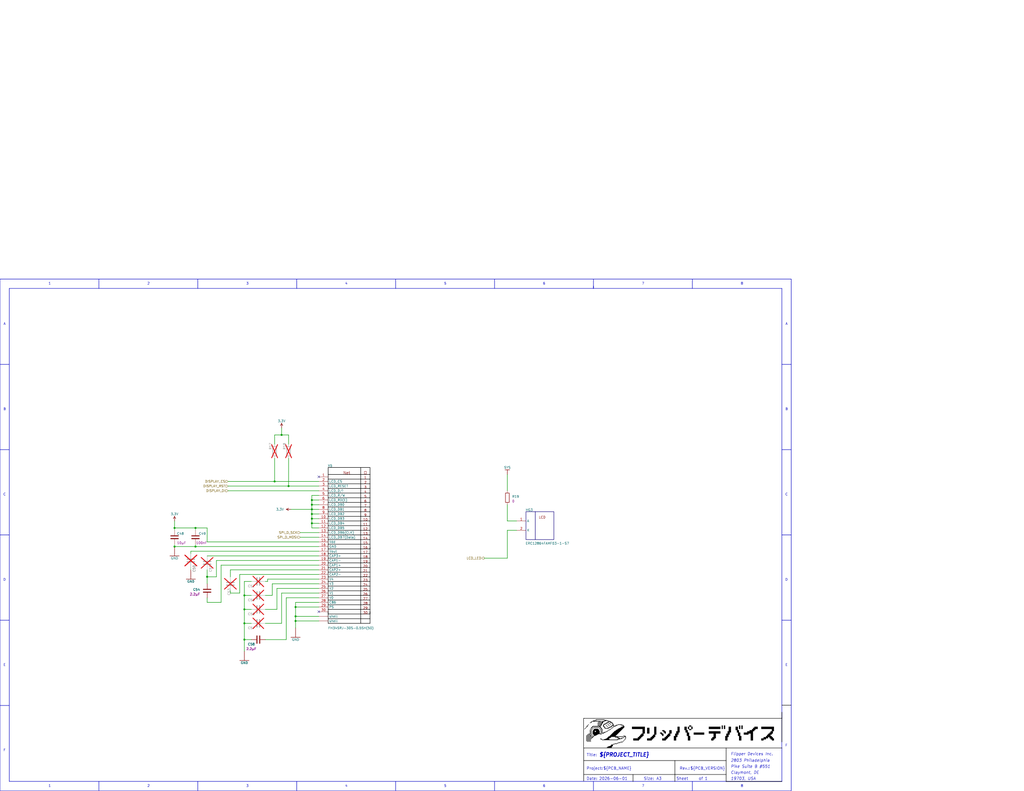
<source format=kicad_sch>
(kicad_sch (version 20230121) (generator eeschema)
  (paper "C")
  (title_block (rev "-"))
  (lib_symbols
    (symbol "Device:C" (pin_numbers hide) (pin_names (offset 0.254))
      (property "Reference" "C" (at 0.635 2.54 0))
      (property "Value" "C" (at 0.635 -2.54 0))
      (symbol "C_0_1"
        (polyline (pts (xy -2.032 -0.762) (xy 2.032 -0.762)) (stroke (width 0.508)))
        (polyline (pts (xy -2.032 0.762) (xy 2.032 0.762)) (stroke (width 0.508)))
      )
      (symbol "C_1_1"
        (pin passive line (at 0 3.81 270) (length 2.794) (name "~") (number "1"))
        (pin passive line (at 0 -3.81 90) (length 2.794) (name "~") (number "2"))
      )
    )
    (symbol "Device:R" (pin_numbers hide) (pin_names (offset 0))
      (property "Reference" "R" (at 2.032 0 90))
      (property "Value" "R" (at 0 0 90))
      (symbol "R_0_1"
        (rectangle (start -1.016 -2.54) (end 1.016 2.54) (stroke (width 0.254)))
      )
      (symbol "R_1_1"
        (pin passive line (at 0 3.81 270) (length 1.27) (name "~") (number "1"))
        (pin passive line (at 0 -3.81 90) (length 1.27) (name "~") (number "2"))
      )
    )
    (symbol "flipper_main-altium-import:3.3V" (power)
      (property "Reference" "#PWR" (at 0 0 0))
      (property "Value" "3.3V" (at 0 3.81 0))
      (symbol "3.3V_0_0"
        (polyline (pts (xy 0 0) (xy 0 -2.54)) (stroke (width 0.254)))
        (polyline (pts (xy -0.635 -1.27) (xy 0 -2.54) (xy 0.635 -1.27)) (stroke (width 0.254)))
        (pin power_in line (at 0 0 0) (length 0) hide (name "3.3V") (number ""))
      )
    )
    (symbol "flipper_main-altium-import:Flipper_zero_LCD_0_FPC_connector_30"
      (property "Reference" "X5" (at -10.414 10.414 0))
      (property "Value" "FH34SRJ-30S-0.5SH(50)" (at -10.16 -78.232 0))
      (symbol "Flipper_zero_LCD_0_FPC_connector_30_1_0"
        (polyline (pts (xy -10.16 -74.93) (xy 12.7 -74.93)) (stroke (width 0.254) (color 0 0 0 1)))
        (polyline (pts (xy -10.16 -72.39) (xy 12.7 -72.39)) (stroke (width 0.254) (color 0 0 0 1)))
        (polyline (pts (xy -10.16 -68.58) (xy -10.16 -74.93)) (stroke (width 0.254) (color 0 0 0 1)))
        (polyline (pts (xy -10.16 -67.31) (xy 12.7 -67.31)) (stroke (width 0.254) (color 0 0 0 1)))
        (polyline (pts (xy -10.16 -64.77) (xy 12.7 -64.77)) (stroke (width 0.254) (color 0 0 0 1)))
        (polyline (pts (xy -10.16 -62.23) (xy 12.7 -62.23)) (stroke (width 0.254) (color 0 0 0 1)))
        (polyline (pts (xy -10.16 -59.69) (xy 12.7 -59.69)) (stroke (width 0.254) (color 0 0 0 1)))
        (polyline (pts (xy -10.16 -57.15) (xy 12.7 -57.15)) (stroke (width 0.254) (color 0 0 0 1)))
        (polyline (pts (xy -10.16 -54.61) (xy 12.7 -54.61)) (stroke (width 0.254) (color 0 0 0 1)))
        (polyline (pts (xy -10.16 -52.07) (xy 12.7 -52.07)) (stroke (width 0.254) (color 0 0 0 1)))
        (polyline (pts (xy -10.16 -49.53) (xy 12.7 -49.53)) (stroke (width 0.254) (color 0 0 0 1)))
        (polyline (pts (xy -10.16 -46.99) (xy 12.7 -46.99)) (stroke (width 0.254) (color 0 0 0 1)))
        (polyline (pts (xy -10.16 -44.45) (xy 12.7 -44.45)) (stroke (width 0.254) (color 0 0 0 1)))
        (polyline (pts (xy -10.16 -41.91) (xy 12.7 -41.91)) (stroke (width 0.254) (color 0 0 0 1)))
        (polyline (pts (xy -10.16 -39.37) (xy 12.7 -39.37)) (stroke (width 0.254) (color 0 0 0 1)))
        (polyline (pts (xy -10.16 -36.83) (xy 12.7 -36.83)) (stroke (width 0.254) (color 0 0 0 1)))
        (polyline (pts (xy -10.16 -31.75) (xy 12.7 -31.75)) (stroke (width 0.254) (color 0 0 0 1)))
        (polyline (pts (xy -10.16 -29.21) (xy 12.7 -29.21)) (stroke (width 0.254) (color 0 0 0 1)))
        (polyline (pts (xy -10.16 -26.67) (xy 12.7 -26.67)) (stroke (width 0.254) (color 0 0 0 1)))
        (polyline (pts (xy -10.16 -21.59) (xy -10.16 -24.13)) (stroke (width 0.254) (color 0 0 0 1)))
        (polyline (pts (xy -10.16 1.27) (xy 12.7 1.27)) (stroke (width 0.254) (color 0 0 0 1)))
        (polyline (pts (xy -10.16 3.81) (xy 12.7 3.81)) (stroke (width 0.254) (color 0 0 0 1)))
        (polyline (pts (xy -10.16 6.35) (xy 12.7 6.35)) (stroke (width 0.254) (color 0 0 0 1)))
        (polyline (pts (xy 7.62 -33.274) (xy 7.62 -74.93)) (stroke (width 0.254) (color 0 0 0 1)))
        (polyline (pts (xy 7.62 -24.13) (xy 7.62 -34.29)) (stroke (width 0.254) (color 0 0 0 1)))
        (polyline (pts (xy 7.62 10.16) (xy 7.62 -24.13)) (stroke (width 0.254) (color 0 0 0 1)))
        (polyline (pts (xy 12.7 -68.58) (xy 12.7 -74.93)) (stroke (width 0.254) (color 0 0 0 1)))
        (polyline (pts (xy 12.7 -34.29) (xy 12.7 -24.13)) (stroke (width 0.254) (color 0 0 0 1)))
        (polyline (pts (xy -10.16 -24.13) (xy -10.16 -34.29) (xy 12.7 -34.29)) (stroke (width 0.254) (color 0 0 0 1)))
        (polyline (pts (xy 12.7 -11.43) (xy 12.7 -13.97) (xy -10.16 -13.97)) (stroke (width 0.254) (color 0 0 0 1)))
        (polyline (pts (xy -10.16 -34.29) (xy -10.16 -69.85) (xy 12.7 -69.85) (xy 12.7 -33.655)) (stroke (width 0.254) (color 0 0 0 1)))
        (polyline (pts (xy -10.16 -16.51) (xy -10.16 -19.05) (xy 12.7 -19.05) (xy 12.7 -16.51)) (stroke (width 0.254) (color 0 0 0 1)))
        (polyline (pts (xy -10.16 -11.43) (xy -10.16 -16.51) (xy 12.7 -16.51) (xy 12.7 -13.97)) (stroke (width 0.254) (color 0 0 0 1)))
        (polyline (pts (xy -10.16 -8.89) (xy -10.16 -11.43) (xy 12.7 -11.43) (xy 12.7 -8.89)) (stroke (width 0.254) (color 0 0 0 1)))
        (polyline (pts (xy -10.16 -3.81) (xy -10.16 -6.35) (xy 12.7 -6.35) (xy 12.7 -3.81)) (stroke (width 0.254) (color 0 0 0 1)))
        (polyline (pts (xy -10.16 -1.27) (xy -10.16 -3.81) (xy 12.7 -3.81) (xy 12.7 -1.27)) (stroke (width 0.254) (color 0 0 0 1)))
        (polyline (pts (xy 12.7 -6.35) (xy 12.7 -8.89) (xy -10.16 -8.89) (xy -10.16 -6.35)) (stroke (width 0.254) (color 0 0 0 1)))
        (polyline (pts (xy -10.16 -19.05) (xy -10.16 -21.59) (xy 12.7 -21.59) (xy 12.7 -19.05) (xy 12.7 -24.13) (xy -10.16 -24.13)) (stroke (width 0.254) (color 0 0 0 1)))
        (polyline (pts (xy -10.16 0) (xy -10.16 10.16) (xy 12.7 10.16) (xy 12.7 -1.27) (xy -10.16 -1.27) (xy -10.16 0)) (stroke (width 0.254) (color 0 0 0 1)))
        (text "1" (at 10.16 3.81 0) (effects (font (size 1.27 1.27)) (justify bottom)))
        (text "10" (at 10.16 -19.05 0) (effects (font (size 1.27 1.27)) (justify bottom)))
        (text "11" (at 10.16 -21.59 0) (effects (font (size 1.27 1.27)) (justify bottom)))
        (text "12" (at 10.16 -24.13 0) (effects (font (size 1.27 1.27)) (justify bottom)))
        (text "13" (at 10.16 -26.67 0) (effects (font (size 1.27 1.27)) (justify bottom)))
        (text "14" (at 10.16 -29.21 0) (effects (font (size 1.27 1.27)) (justify bottom)))
        (text "15" (at 10.16 -31.75 0) (effects (font (size 1.27 1.27)) (justify bottom)))
        (text "16" (at 10.16 -34.29 0) (effects (font (size 1.27 1.27)) (justify bottom)))
        (text "17" (at 10.16 -36.83 0) (effects (font (size 1.27 1.27)) (justify bottom)))
        (text "18" (at 10.16 -39.37 0) (effects (font (size 1.27 1.27)) (justify bottom)))
        (text "19" (at 10.16 -41.91 0) (effects (font (size 1.27 1.27)) (justify bottom)))
        (text "2" (at 10.16 1.27 0) (effects (font (size 1.27 1.27)) (justify bottom)))
        (text "20" (at 10.16 -44.45 0) (effects (font (size 1.27 1.27)) (justify bottom)))
        (text "21" (at 10.16 -46.99 0) (effects (font (size 1.27 1.27)) (justify bottom)))
        (text "22" (at 10.16 -49.53 0) (effects (font (size 1.27 1.27)) (justify bottom)))
        (text "23" (at 10.16 -52.07 0) (effects (font (size 1.27 1.27)) (justify bottom)))
        (text "24" (at 10.16 -54.61 0) (effects (font (size 1.27 1.27)) (justify bottom)))
        (text "25" (at 10.16 -57.15 0) (effects (font (size 1.27 1.27)) (justify bottom)))
        (text "26" (at 10.16 -59.69 0) (effects (font (size 1.27 1.27)) (justify bottom)))
        (text "27" (at 10.16 -62.23 0) (effects (font (size 1.27 1.27)) (justify bottom)))
        (text "28" (at 10.16 -64.77 0) (effects (font (size 1.27 1.27)) (justify bottom)))
        (text "29" (at 10.16 -67.31 0) (effects (font (size 1.27 1.27)) (justify bottom)))
        (text "3" (at 10.16 -1.27 0) (effects (font (size 1.27 1.27)) (justify bottom)))
        (text "30" (at 10.16 -69.85 0) (effects (font (size 1.27 1.27)) (justify bottom)))
        (text "4" (at 10.16 -3.81 0) (effects (font (size 1.27 1.27)) (justify bottom)))
        (text "5" (at 10.16 -6.35 0) (effects (font (size 1.27 1.27)) (justify bottom)))
        (text "6" (at 10.16 -8.89 0) (effects (font (size 1.27 1.27)) (justify bottom)))
        (text "7" (at 10.16 -11.43 0) (effects (font (size 1.27 1.27)) (justify bottom)))
        (text "8" (at 10.16 -13.97 0) (effects (font (size 1.27 1.27)) (justify bottom)))
        (text "9" (at 10.16 -16.51 0) (effects (font (size 1.27 1.27)) (justify bottom)))
        (text "Net" (at 0 6.35 0) (effects (font (size 1.524 1.524)) (justify bottom)))
        (text "№" (at 10.16 6.35 0) (effects (font (size 1.524 1.524)) (justify bottom)))
        (pin passive line (at -15.24 5.08 0) (length 5.08) (name "1") (number "1"))
        (pin passive line (at -15.24 -17.78 0) (length 5.08) (name "LCD_DB3") (number "10"))
        (pin passive line (at -15.24 -20.32 0) (length 5.08) (name "LCD_DB4") (number "11"))
        (pin passive line (at -15.24 -22.86 0) (length 5.08) (name "LCD_DB5") (number "12"))
        (pin passive line (at -15.24 -25.4 0) (length 5.08) (name "LCD_DB6(CLK)") (number "13"))
        (pin passive line (at -15.24 -27.94 0) (length 5.08) (name "LCD_DB7(Data)") (number "14"))
        (pin passive line (at -15.24 -30.48 0) (length 5.08) (name "Vdd") (number "15"))
        (pin passive line (at -15.24 -33.02 0) (length 5.08) (name "GND") (number "16"))
        (pin passive line (at -15.24 -35.56 0) (length 5.08) (name "Vout") (number "17"))
        (pin passive line (at -15.24 -38.1 0) (length 5.08) (name "CAP3+") (number "18"))
        (pin passive line (at -15.24 -40.64 0) (length 5.08) (name "CAP1-") (number "19"))
        (pin passive line (at -15.24 2.54 0) (length 5.08) (name "LCD_CS") (number "2"))
        (pin passive line (at -15.24 -43.18 0) (length 5.08) (name "CAP1+") (number "20"))
        (pin passive line (at -15.24 -45.72 0) (length 5.08) (name "CAP2+") (number "21"))
        (pin passive line (at -15.24 -48.26 0) (length 5.08) (name "CAP2-") (number "22"))
        (pin passive line (at -15.24 -50.8 0) (length 5.08) (name "V4") (number "23"))
        (pin passive line (at -15.24 -53.34 0) (length 5.08) (name "V3") (number "24"))
        (pin passive line (at -15.24 -55.88 0) (length 5.08) (name "V2") (number "25"))
        (pin passive line (at -15.24 -58.42 0) (length 5.08) (name "V1") (number "26"))
        (pin passive line (at -15.24 -60.96 0) (length 5.08) (name "V0") (number "27"))
        (pin passive line (at -15.24 -63.5 0) (length 5.08) (name "C86") (number "28"))
        (pin passive line (at -15.24 -66.04 0) (length 5.08) (name "PS") (number "29"))
        (pin passive line (at -15.24 0 0) (length 5.08) (name "LCD_RESET") (number "3"))
        (pin passive line (at -15.24 -68.58 0) (length 5.08) (name "NC") (number "30"))
        (pin passive line (at -15.24 -2.54 0) (length 5.08) (name "LCD_D/I") (number "4"))
        (pin passive line (at -15.24 -5.08 0) (length 5.08) (name "LCD_R/W") (number "5"))
        (pin passive line (at -15.24 -7.62 0) (length 5.08) (name "LCD_RD(E)") (number "6"))
        (pin passive line (at -15.24 -10.16 0) (length 5.08) (name "LCD_DB0") (number "7"))
        (pin passive line (at -15.24 -12.7 0) (length 5.08) (name "LCD_DB1") (number "8"))
        (pin passive line (at -15.24 -15.24 0) (length 5.08) (name "LCD_DB2") (number "9"))
        (pin passive line (at -15.24 -71.12 0) (length 5.08) (name "shell") (number "S1"))
        (pin passive line (at -15.24 -73.66 0) (length 5.08) (name "shell") (number "S2"))
      )
    )
    (symbol "flipper_main-altium-import:Flipper_zero_LCD_0_LCD ERC12864-1.3"
      (symbol "Flipper_zero_LCD_0_LCD ERC12864-1.3_1_0"
        (polyline (pts (xy -10.16 5.08) (xy -10.16 -10.16)) (stroke (width 0.254) (color 17 3 127 1)))
        (polyline (pts (xy -15.24 -10.16) (xy -15.24 5.08) (xy 0 5.08) (xy 0 -10.16) (xy -15.24 -10.16)) (stroke (width 0.254) (color 17 3 127 1)))
        (text "LCD" (at -8.255 1.27 0) (effects (font (size 1.27 1.27)) (justify left bottom)))
        (pin passive line (at -20.32 0 0) (length 5.08) (name "A") (number "1"))
        (pin output line (at -20.32 -5.08 0) (length 5.08) (name "K") (number "2"))
      )
    )
    (symbol "flipper_main-altium-import:GND" (power)
      (property "Reference" "#PWR" (at 0 0 0))
      (property "Value" "GND" (at 0 6.35 0))
      (symbol "GND_0_0"
        (polyline (pts (xy -2.54 -5.08) (xy 2.54 -5.08)) (stroke (width 0.254)))
        (polyline (pts (xy 0 0) (xy 0 -5.08)) (stroke (width 0.254)))
        (pin power_in line (at 0 0 0) (length 0) hide (name "GND") (number ""))
      )
    )
    (symbol "flipper_main-altium-import:SYS" (power)
      (property "Reference" "#PWR" (at 0 0 0))
      (property "Value" "SYS" (at 0 3.81 0))
      (symbol "SYS_0_0"
        (polyline (pts (xy -1.27 -2.54) (xy 1.27 -2.54)) (stroke (width 0.254)))
        (polyline (pts (xy 0 0) (xy 0 -2.54)) (stroke (width 0.254)))
        (pin power_in line (at 0 0 0) (length 0) hide (name "SYS") (number ""))
      )
    )
  )
  (junction (at 153.67 237.49))
  (junction (at 113.03 314.96))
  (junction (at 170.18 278.13))
  (junction (at 170.18 283.21))
  (junction (at 106.68 298.45))
  (junction (at 170.18 280.67))
  (junction (at 133.35 332.74))
  (junction (at 133.35 325.12))
  (junction (at 170.18 285.75))
  (junction (at 161.29 331.47))
  (junction (at 149.86 262.89))
  (junction (at 106.68 288.29))
  (junction (at 95.25 298.45))
  (junction (at 95.25 288.29))
  (junction (at 133.35 349.25))
  (junction (at 133.35 340.36))
  (junction (at 161.29 336.55))
  (junction (at 170.18 275.59))
  (junction (at 170.18 273.05))
  (junction (at 161.29 339.09))
  (junction (at 157.48 265.43))
  (no_connect (at 173.99 334.01))
  (no_connect (at 173.99 260.35))
  (wire (pts (xy 95.25 288.29) (xy 106.68 288.29)) (stroke (width 0.254)))
  (wire (pts (xy 144.78 340.36) (xy 153.67 340.36)) (stroke (width 0.254)))
  (wire (pts (xy 170.18 275.59) (xy 173.99 275.59)) (stroke (width 0.254)))
  (wire (pts (xy 151.13 321.31) (xy 151.13 332.74)) (stroke (width 0.254)))
  (wire (pts (xy 157.48 265.43) (xy 173.99 265.43)) (stroke (width 0.254)))
  (wire (pts (xy 170.18 285.75) (xy 173.99 285.75)) (stroke (width 0.254)))
  (wire (pts (xy 170.18 278.13) (xy 173.99 278.13)) (stroke (width 0.254)))
  (polyline (pts (xy 426.72 292.1) (xy 431.8 292.1)) (stroke (width 0.254) (type solid)))
  (wire (pts (xy 173.99 313.69) (xy 130.81 313.69)) (stroke (width 0.254)))
  (polyline (pts (xy 53.975 157.48) (xy 53.975 152.4)) (stroke (width 0.254) (type solid)))
  (polyline (pts (xy 345.44 426.72) (xy 345.44 422.91)) (stroke (width 0.254) (type solid) (color 0 0 0 1)))
  (wire (pts (xy 173.99 336.55) (xy 161.29 336.55)) (stroke (width 0.254)))
  (polyline (pts (xy 215.9 157.48) (xy 215.9 152.4)) (stroke (width 0.254) (type solid)))
  (wire (pts (xy 106.68 298.45) (xy 173.99 298.45)) (stroke (width 0.254)))
  (polyline (pts (xy 323.85 157.48) (xy 323.85 152.4)) (stroke (width 0.254) (type solid)))
  (wire (pts (xy 133.35 325.12) (xy 133.35 317.5)) (stroke (width 0.254)))
  (wire (pts (xy 153.67 233.68) (xy 153.67 237.49)) (stroke (width 0.254)))
  (wire (pts (xy 276.86 275.59) (xy 276.86 284.48)) (stroke (width 0.254)))
  (wire (pts (xy 104.14 300.99) (xy 104.14 302.26)) (stroke (width 0.254)))
  (polyline (pts (xy 396.24 422.91) (xy 318.516 422.91)) (stroke (width 0.254) (type solid) (color 0 0 0 1)))
  (wire (pts (xy 170.18 275.59) (xy 170.18 278.13)) (stroke (width 0.254)))
  (polyline (pts (xy 5.08 198.967) (xy 0 198.967)) (stroke (width 0.254) (type solid)))
  (wire (pts (xy 133.35 332.74) (xy 133.35 325.12)) (stroke (width 0.254)))
  (wire (pts (xy 173.99 321.31) (xy 151.13 321.31)) (stroke (width 0.254)))
  (polyline (pts (xy 107.95 426.72) (xy 107.95 431.8)) (stroke (width 0.254) (type solid)))
  (polyline (pts (xy 426.72 338.667) (xy 431.8 338.667)) (stroke (width 0.254) (type solid)))
  (polyline (pts (xy 396.24 426.72) (xy 426.72 426.72)) (stroke (width 0.254) (type solid) (color 0 0 0 1)))
  (wire (pts (xy 133.35 349.25) (xy 133.35 340.36)) (stroke (width 0.254)))
  (wire (pts (xy 125.73 322.58) (xy 125.73 323.85)) (stroke (width 0.254)))
  (wire (pts (xy 130.81 323.85) (xy 125.73 323.85)) (stroke (width 0.254)))
  (wire (pts (xy 113.03 303.53) (xy 173.99 303.53)) (stroke (width 0.254)))
  (wire (pts (xy 144.78 349.25) (xy 156.21 349.25)) (stroke (width 0.254)))
  (wire (pts (xy 153.67 323.85) (xy 153.67 340.36)) (stroke (width 0.254)))
  (wire (pts (xy 170.18 280.67) (xy 173.99 280.67)) (stroke (width 0.254)))
  (wire (pts (xy 170.18 270.51) (xy 170.18 273.05)) (stroke (width 0.254)))
  (wire (pts (xy 106.68 288.29) (xy 106.68 289.56)))
  (polyline (pts (xy 107.95 157.48) (xy 107.95 152.4)) (stroke (width 0.254) (type solid)))
  (wire (pts (xy 106.68 288.29) (xy 113.03 288.29)) (stroke (width 0.254)))
  (polyline (pts (xy 5.08 385.233) (xy 0 385.233)) (stroke (width 0.254) (type solid)))
  (polyline (pts (xy 368.3 422.91) (xy 368.3 415.29)) (stroke (width 0.254) (type solid) (color 0 0 0 1)))
  (wire (pts (xy 157.48 237.49) (xy 157.48 242.57)) (stroke (width 0.254)))
  (polyline (pts (xy 431.758 152.4) (xy 431.758 431.758)) (stroke (width 0.254) (type solid)))
  (wire (pts (xy 173.99 306.07) (xy 118.11 306.07)) (stroke (width 0.254)))
  (wire (pts (xy 161.29 336.55) (xy 161.29 339.09)) (stroke (width 0.254)))
  (polyline (pts (xy 161.925 157.48) (xy 161.925 152.4)) (stroke (width 0.254) (type solid)))
  (wire (pts (xy 173.99 323.85) (xy 153.67 323.85)) (stroke (width 0.254)))
  (polyline (pts (xy 426.678 388.874) (xy 426.678 405.13)) (stroke (width 0.254) (type solid) (color 0 0 0 1)))
  (wire (pts (xy 124.46 267.97) (xy 173.99 267.97)) (stroke (width 0.254)))
  (wire (pts (xy 149.86 237.49) (xy 149.86 242.57)) (stroke (width 0.254)))
  (wire (pts (xy 130.81 313.69) (xy 130.81 323.85)) (stroke (width 0.254)))
  (polyline (pts (xy 426.678 157.481) (xy 426.678 426.677)) (stroke (width 0.254) (type solid)))
  (wire (pts (xy 144.78 317.5) (xy 146.05 317.5)) (stroke (width 0.254)))
  (wire (pts (xy 156.21 349.25) (xy 156.21 326.39)) (stroke (width 0.254)))
  (polyline (pts (xy 53.975 426.72) (xy 53.975 431.8)) (stroke (width 0.254) (type solid)))
  (polyline (pts (xy 377.825 426.72) (xy 377.825 431.8)) (stroke (width 0.254) (type solid)))
  (wire (pts (xy 113.03 314.96) (xy 113.03 318.77)) (stroke (width 0.254)))
  (wire (pts (xy 95.25 298.45) (xy 106.68 298.45)) (stroke (width 0.254)))
  (wire (pts (xy 125.73 311.15) (xy 125.73 314.96)) (stroke (width 0.254)))
  (wire (pts (xy 104.14 300.99) (xy 173.99 300.99)) (stroke (width 0.254)))
  (polyline (pts (xy 431.758 431.758) (xy 0 431.758)) (stroke (width 0.254) (type solid)))
  (polyline (pts (xy 269.875 426.72) (xy 269.875 431.8)) (stroke (width 0.254) (type solid)))
  (polyline (pts (xy 5.08 245.533) (xy 0 245.533)) (stroke (width 0.254) (type solid)))
  (wire (pts (xy 153.67 237.49) (xy 149.86 237.49)) (stroke (width 0.254)))
  (wire (pts (xy 95.25 284.48) (xy 95.25 288.29)) (stroke (width 0.254)))
  (wire (pts (xy 170.18 288.29) (xy 173.99 288.29)) (stroke (width 0.254)))
  (wire (pts (xy 120.65 328.93) (xy 120.65 308.61)) (stroke (width 0.254)))
  (wire (pts (xy 144.78 325.12) (xy 148.59 325.12)) (stroke (width 0.254)))
  (wire (pts (xy 118.11 306.07) (xy 118.11 314.96)) (stroke (width 0.254)))
  (polyline (pts (xy 5.08 426.677) (xy 5.08 157.481)) (stroke (width 0.254) (type solid)))
  (wire (pts (xy 163.83 293.37) (xy 173.99 293.37)) (stroke (width 0.254)))
  (wire (pts (xy 170.18 273.05) (xy 173.99 273.05)) (stroke (width 0.254)))
  (wire (pts (xy 133.35 325.12) (xy 137.16 325.12)) (stroke (width 0.254)))
  (wire (pts (xy 133.35 317.5) (xy 137.16 317.5)) (stroke (width 0.254)))
  (wire (pts (xy 276.86 289.56) (xy 276.86 304.8)) (stroke (width 0.254)))
  (polyline (pts (xy 426.72 198.967) (xy 431.8 198.967)) (stroke (width 0.254) (type solid)))
  (wire (pts (xy 170.18 280.67) (xy 170.18 283.21)) (stroke (width 0.254)))
  (wire (pts (xy 158.75 278.13) (xy 170.18 278.13)) (stroke (width 0.254)))
  (wire (pts (xy 95.25 297.18) (xy 95.25 298.45)))
  (wire (pts (xy 113.03 295.91) (xy 173.99 295.91)) (stroke (width 0.254)))
  (wire (pts (xy 173.99 318.77) (xy 148.59 318.77)) (stroke (width 0.254)))
  (polyline (pts (xy 396.24 426.72) (xy 396.24 408.432)) (stroke (width 0.254) (type solid) (color 0 0 0 1)))
  (wire (pts (xy 157.48 237.49) (xy 153.67 237.49)) (stroke (width 0.254)))
  (wire (pts (xy 156.21 326.39) (xy 173.99 326.39)) (stroke (width 0.254)))
  (wire (pts (xy 170.18 273.05) (xy 170.18 275.59)) (stroke (width 0.254)))
  (wire (pts (xy 148.59 318.77) (xy 148.59 325.12)) (stroke (width 0.254)))
  (wire (pts (xy 173.99 331.47) (xy 161.29 331.47)) (stroke (width 0.254)))
  (wire (pts (xy 120.65 308.61) (xy 173.99 308.61)) (stroke (width 0.254)))
  (wire (pts (xy 173.99 339.09) (xy 161.29 339.09)) (stroke (width 0.254)))
  (wire (pts (xy 133.35 340.36) (xy 133.35 332.74)) (stroke (width 0.254)))
  (polyline (pts (xy 215.9 426.72) (xy 215.9 431.8)) (stroke (width 0.254) (type solid)))
  (wire (pts (xy 113.03 311.15) (xy 113.03 314.96)) (stroke (width 0.254)))
  (wire (pts (xy 113.03 328.93) (xy 120.65 328.93)) (stroke (width 0.254)))
  (wire (pts (xy 161.29 331.47) (xy 161.29 336.55)) (stroke (width 0.254)))
  (polyline (pts (xy 368.3 426.72) (xy 368.3 422.91)) (stroke (width 0.254) (type solid) (color 0 0 0 1)))
  (polyline (pts (xy 5.08 157.481) (xy 426.678 157.481)) (stroke (width 0.254) (type solid)))
  (polyline (pts (xy 377.825 157.48) (xy 377.825 152.4)) (stroke (width 0.254) (type solid)))
  (wire (pts (xy 133.35 349.25) (xy 133.35 355.6)) (stroke (width 0.254)))
  (polyline (pts (xy 5.08 338.667) (xy 0 338.667)) (stroke (width 0.254) (type solid)))
  (wire (pts (xy 170.18 278.13) (xy 170.18 280.67)) (stroke (width 0.254)))
  (polyline (pts (xy 318.516 408.432) (xy 426.72 408.432)) (stroke (width 0.254) (type solid) (color 0 0 0 1)))
  (polyline (pts (xy 323.85 157.48) (xy 323.85 156.21)) (stroke (width 0.254) (type solid)))
  (wire (pts (xy 113.03 288.29) (xy 113.03 295.91)) (stroke (width 0.254)))
  (polyline (pts (xy 0 152.4) (xy 431.758 152.4)) (stroke (width 0.254) (type solid)))
  (wire (pts (xy 276.86 259.08) (xy 276.86 267.97)) (stroke (width 0.254)))
  (wire (pts (xy 144.78 332.74) (xy 151.13 332.74)) (stroke (width 0.254)))
  (wire (pts (xy 161.29 339.09) (xy 161.29 342.9)) (stroke (width 0.254)))
  (wire (pts (xy 106.68 297.18) (xy 106.68 298.45)))
  (wire (pts (xy 170.18 283.21) (xy 170.18 285.75)) (stroke (width 0.254)))
  (wire (pts (xy 170.18 285.75) (xy 170.18 288.29)) (stroke (width 0.254)))
  (wire (pts (xy 173.99 270.51) (xy 170.18 270.51)) (stroke (width 0.254)))
  (wire (pts (xy 281.94 289.56) (xy 276.86 289.56)) (stroke (width 0.254)))
  (polyline (pts (xy 426.72 245.533) (xy 431.8 245.533)) (stroke (width 0.254) (type solid)))
  (wire (pts (xy 157.48 250.19) (xy 157.48 265.43)) (stroke (width 0.254)))
  (wire (pts (xy 104.14 309.88) (xy 104.14 311.15)))
  (polyline (pts (xy 323.85 426.72) (xy 323.85 431.8)) (stroke (width 0.254) (type solid)))
  (wire (pts (xy 161.29 328.93) (xy 161.29 331.47)) (stroke (width 0.254)))
  (wire (pts (xy 133.35 332.74) (xy 137.16 332.74)) (stroke (width 0.254)))
  (wire (pts (xy 118.11 314.96) (xy 113.03 314.96)) (stroke (width 0.254)))
  (wire (pts (xy 170.18 283.21) (xy 173.99 283.21)) (stroke (width 0.254)))
  (wire (pts (xy 163.83 290.83) (xy 173.99 290.83)) (stroke (width 0.254)))
  (wire (pts (xy 173.99 316.23) (xy 146.05 316.23)) (stroke (width 0.254)))
  (polyline (pts (xy 5.08 292.1) (xy 0 292.1)) (stroke (width 0.254) (type solid)))
  (wire (pts (xy 149.86 250.19) (xy 149.86 262.89)) (stroke (width 0.254)))
  (wire (pts (xy 149.86 262.89) (xy 173.99 262.89)) (stroke (width 0.254)))
  (wire (pts (xy 95.25 288.29) (xy 95.25 289.56)))
  (wire (pts (xy 125.73 311.15) (xy 173.99 311.15)) (stroke (width 0.254)))
  (wire (pts (xy 146.05 316.23) (xy 146.05 317.5)) (stroke (width 0.254)))
  (wire (pts (xy 281.94 284.48) (xy 276.86 284.48)) (stroke (width 0.254)))
  (wire (pts (xy 173.99 328.93) (xy 161.29 328.93)) (stroke (width 0.254)))
  (wire (pts (xy 133.35 340.36) (xy 137.16 340.36)) (stroke (width 0.254)))
  (polyline (pts (xy 161.925 426.72) (xy 161.925 431.8)) (stroke (width 0.254) (type solid)))
  (wire (pts (xy 113.03 326.39) (xy 113.03 328.93)) (stroke (width 0.254)))
  (wire (pts (xy 124.46 262.89) (xy 149.86 262.89)) (stroke (width 0.254)))
  (polyline (pts (xy 269.875 157.48) (xy 269.875 152.4)) (stroke (width 0.254) (type solid)))
  (polyline (pts (xy 426.72 385.064) (xy 431.8 385.064)) (stroke (width 0.254) (type solid) (color 0 0 0 1)))
  (polyline (pts (xy 0 431.758) (xy 0 152.4)) (stroke (width 0.254) (type solid)))
  (polyline (pts (xy 426.678 426.677) (xy 5.08 426.677)) (stroke (width 0.254) (type solid)))
  (wire (pts (xy 124.46 265.43) (xy 157.48 265.43)) (stroke (width 0.254)))
  (wire (pts (xy 133.35 349.25) (xy 137.16 349.25)) (stroke (width 0.254)))
  (wire (pts (xy 276.86 304.8) (xy 264.16 304.8)) (stroke (width 0.254)))
  (polyline (pts (xy 396.24 415.29) (xy 318.516 415.29)) (stroke (width 0.254) (type solid) (color 0 0 0 1)))
  (polyline (pts (xy 426.72 392.176) (xy 318.516 392.176) (xy 318.516 426.466)) (stroke (width 0.254) (type solid) (color 0 0 0 1)))
  (image (at 372.436 400.431) (scale 1.24342))
  (text "Claymont, DE" (at 398.78 422.91 0) (effects (font (size 1.524 1.524) italic) (justify left bottom)))
  (text "D" (at 1.734 317.415 0) (effects (font (size 1.27 1.27)) (justify left bottom)))
  (text "7" (at 350.223 430.02 0) (effects (font (size 1.27 1.27)) (justify left bottom)))
  (text "${##}" (at 384.556 426.212 0) (effects (font (size 1.524 1.524)) (justify left bottom)))
  (text "4" (at 188.298 430.02 0) (effects (font (size 1.27 1.27)) (justify left bottom)))
  (text "2" (at 80.348 155.7 0) (effects (font (size 1.27 1.27)) (justify left bottom)))
  (text "19703, USA" (at 398.78 426.212 0) (effects (font (size 1.524 1.524) italic) (justify left bottom)))
  (text "3" (at 134.323 430.02 0) (effects (font (size 1.27 1.27)) (justify left bottom)))
  (text "A" (at 1.862 177.715 0) (effects (font (size 1.27 1.27)) (justify left bottom)))
  (text "5" (at 242.273 155.7 0) (effects (font (size 1.27 1.27)) (justify left bottom)))
  (text "${PCB_NAME}" (at 329.184 420.624 0) (effects (font (size 1.524 1.524)) (justify left bottom)))
  (text "4" (at 188.298 155.7 0) (effects (font (size 1.27 1.27)) (justify left bottom)))
  (text "6" (at 296.248 155.7 0) (effects (font (size 1.27 1.27)) (justify left bottom)))
  (text "7" (at 350.223 155.7 0) (effects (font (size 1.27 1.27)) (justify left bottom)))
  (text "C" (at 428.454 270.849 0) (effects (font (size 1.27 1.27)) (justify left bottom)))
  (text "B" (at 1.798 224.282 0) (effects (font (size 1.27 1.27)) (justify left bottom)))
  (text "D" (at 428.454 317.415 0) (effects (font (size 1.27 1.27)) (justify left bottom)))
  (text "${CURRENT_DATE}" (at 326.898 426.212 0) (effects (font (size 1.524 1.524)) (justify left bottom)))
  (text "F" (at 1.798 410.549 0) (effects (font (size 1.27 1.27)) (justify left bottom)))
  (text "${#}" (at 375.92 426.212 0) (effects (font (size 1.524 1.524)) (justify left bottom)))
  (text "6" (at 296.248 430.02 0) (effects (font (size 1.27 1.27)) (justify left bottom)))
  (text "Project:" (at 320.04 420.624 0) (effects (font (size 1.524 1.524)) (justify left bottom)))
  (text "5" (at 242.273 430.02 0) (effects (font (size 1.27 1.27)) (justify left bottom)))
  (text "Date:" (at 320.04 426.212 0) (effects (font (size 1.524 1.524)) (justify left bottom)))
  (text "E" (at 428.518 363.982 0) (effects (font (size 1.27 1.27)) (justify left bottom)))
  (text "Sheet" (at 369.062 426.212 0) (effects (font (size 1.524 1.524)) (justify left bottom)))
  (text "Title:" (at 320.04 413.258 0) (effects (font (size 1.524 1.524)) (justify left bottom)))
  (text "E" (at 1.798 363.982 0) (effects (font (size 1.27 1.27)) (justify left bottom)))
  (text "Rev.:" (at 370.84 420.624 0) (effects (font (size 1.524 1.524)) (justify left bottom)))
  (text "Pike Suite B #551" (at 398.78 419.608 0) (effects (font (size 1.524 1.524) italic) (justify left bottom)))
  (text "8" (at 404.198 155.7 0) (effects (font (size 1.27 1.27)) (justify left bottom)))
  (text "of" (at 381.254 426.212 0) (effects (font (size 1.524 1.524)) (justify left bottom)))
  (text "2" (at 80.348 430.02 0) (effects (font (size 1.27 1.27)) (justify left bottom)))
  (text "Size:" (at 351.282 426.212 0) (effects (font (size 1.524 1.524)) (justify left bottom)))
  (text "2803 Philadelphia" (at 398.78 416.306 0) (effects (font (size 1.524 1.524) italic) (justify left bottom)))
  (text "A" (at 428.582 177.715 0) (effects (font (size 1.27 1.27)) (justify left bottom)))
  (text "1" (at 26.373 155.7 0) (effects (font (size 1.27 1.27)) (justify left bottom)))
  (text "A3" (at 358.14 426.212 0) (effects (font (size 1.524 1.524)) (justify left bottom)))
  (text "3" (at 134.323 155.7 0) (effects (font (size 1.27 1.27)) (justify left bottom)))
  (text "1" (at 26.373 430.02 0) (effects (font (size 1.27 1.27)) (justify left bottom)))
  (text "${PROJECT_TITLE}" (at 326.898 413.512 0) (effects (font (size 2.032 2.032) bold italic) (justify left bottom)))
  (text "Flipper Devices Inc." (at 398.78 412.75 0) (effects (font (size 1.524 1.524) italic) (justify left bottom)))
  (text "8" (at 404.198 430.02 0) (effects (font (size 1.27 1.27)) (justify left bottom)))
  (text "F" (at 428.498 407.924 0) (effects (font (size 1.27 1.27)) (justify left bottom)))
  (text "B" (at 428.518 224.282 0) (effects (font (size 1.27 1.27)) (justify left bottom)))
  (text "${PCB_VERSION}" (at 376.682 420.624 0) (effects (font (size 1.524 1.524)) (justify left bottom)))
  (text "C" (at 1.734 270.849 0) (effects (font (size 1.27 1.27)) (justify left bottom)))
  (hierarchical_label "DISPLAY_CS" (shape input) (at 124.46 262.89 180))
  (hierarchical_label "DISPLAY_DI" (shape input) (at 124.46 267.97 180))
  (hierarchical_label "SPI_D_SCK" (shape input) (at 163.83 290.83 180))
  (hierarchical_label "DISPLAY_RST" (shape input) (at 124.46 265.43 180))
  (hierarchical_label "LCD_LED" (shape output) (at 264.16 304.8 180))
  (hierarchical_label "SPI_D_MOSI" (shape input) (at 163.83 293.37 180))
  (symbol (lib_id "Device:C") (at 140.97 317.5 90) (unit 1) (dnp yes)
    (property "Reference" "C52" (at 137.16 320.04 90))
    (property "Value" "DNP" (effects hide))
    (property "Footprint" "Capacitor_SMD:C_0402_1005Metric" (effects hide))
    (property "CASE/PACKAGE" "0402" (effects hide))
    (property "CASE" "0402" (effects hide))
    (property "COMPANY" "Flipper Devices" (effects hide))
  )
  (symbol (lib_id "Device:C") (at 113.03 322.58 0) (unit 1)
    (property "Reference" "C54" (at 109.22 321.945 0) (effects (justify right)))
    (property "Value" "2.2uF" (effects hide))
    (property "Footprint" "Capacitor_SMD:C_0402_1005Metric" (effects hide))
    (property "DIELECTRIC" "X5R" (effects hide))
    (property "INTERNAL_PN" "FDCAP0003" (effects hide))
    (property "TOLERANCE" "10%" (effects hide))
    (property "COMPANY" "Flipper Devices" (effects hide))
    (property "ALTIUM_VALUE" "2.2µF" (at 109.22 324.485 0) (effects (justify right)))
    (property "CASE/PACKAGE" "0402" (effects hide))
    (property "VOLTAGE" "10V" (effects hide))
    (property "CASE" "0402" (effects hide))
    (property "ALTERNATIVE_PN" "YAGEO CC0402KRX7R6BB225 / Walsin 0402X225K100CT / SAMSUNG CL05A225KP5NSNC / FH 0402X225K100NT" (effects hide))
  )
  (symbol (lib_id "Device:C") (at 113.03 307.34 0) (unit 1) (dnp yes)
    (property "Reference" "C51" (at 115.57 312.42 90) (effects (justify left bottom)))
    (property "Value" "DNP" (effects hide))
    (property "Footprint" "Capacitor_SMD:C_0402_1005Metric" (effects hide))
    (property "CASE/PACKAGE" "0402" (effects hide))
    (property "CASE" "0402" (effects hide))
    (property "COMPANY" "Flipper Devices" (effects hide))
  )
  (symbol (lib_id "Device:C") (at 95.25 293.37 0) (unit 1)
    (property "Reference" "C48" (at 96.52 292.1 0) (effects (justify left bottom)))
    (property "Value" "10uF" (effects hide))
    (property "Footprint" "Capacitor_SMD:C_0201_0603Metric" (effects hide))
    (property "DESIGN ITEM ID" "CAP_10uF_0603" (effects hide))
    (property "PINS" "2" (effects hide))
    (property "COMPONENT TYPE" "Standard" (effects hide))
    (property "ALTIUM_VALUE" "10µF" (at 96.52 297.18 0) (effects (justify left bottom)))
    (property "DIELECTRIC" "X5R" (effects hide))
    (property "TOLERANCE" "10%" (effects hide))
    (property "INTERNAL_PN" "FDCAP0013" (effects hide))
    (property "SOURCE" "Flipper_zero.SchLib" (effects hide))
    (property "COMPANY" "Flipper Devices" (effects hide))
    (property "CASE/PACKAGE" "0603" (effects hide))
    (property "VOLTAGE" "10V" (effects hide))
    (property "CASE" "0603" (effects hide))
    (property "ALTERNATIVE_PN" "YAGEO CC0603KRX5R6BB106 / Walsin 0603X106K100CT / SAMSUNG CL10A106KP8NNNC / FH 0603X106K100NT" (effects hide))
  )
  (symbol (lib_id "flipper_main-altium-import:3.3V") (at 153.67 233.68 180) (unit 1)
    (property "Reference" "#PWR0157" (effects hide))
    (property "Value" "3.3V" (at 153.67 229.87 0))
  )
  (symbol (lib_id "Device:R") (at 157.48 246.38 0) (unit 1) (dnp yes)
    (property "Reference" "R18" (at 155.956 245.618 90) (effects (justify left bottom)))
    (property "Value" "DNP" (effects hide))
    (property "Footprint" "Resistor_SMD:R_0402_1005Metric" (effects hide))
    (property "COMPONENT TYPE" "Standard" (effects hide))
    (property "PINS" "2" (effects hide))
    (property "CASE" "0402" (effects hide))
    (property "CASE/PACKAGE" "0402" (effects hide))
    (property "SOURCE" "Flipper_zero.SchLib" (effects hide))
    (property "COMPANY" "Flipper Devices" (effects hide))
  )
  (symbol (lib_id "Device:C") (at 106.68 293.37 0) (unit 1)
    (property "Reference" "C49" (at 108.458 292.1 0) (effects (justify left bottom)))
    (property "Value" "0.1uF" (effects hide))
    (property "Footprint" "Capacitor_SMD:C_0402_1005Metric" (effects hide))
    (property "CASE/PACKAGE" "0402" (effects hide))
    (property "DIELECTRIC" "X7R" (effects hide))
    (property "COMPANY" "Flipper Devices" (effects hide))
    (property "COMPONENT TYPE" "Standard" (effects hide))
    (property "VOLTAGE" "16V" (effects hide))
    (property "INTERNAL_PN" "FDCAP0001" (effects hide))
    (property "TOLERANCE" "10%" (effects hide))
    (property "ALTIUM_VALUE" "100nF" (at 106.934 297.18 0) (effects (justify left bottom)))
    (property "PINS" "2" (effects hide))
    (property "DESIGN ITEM ID" "CAP_0.1uF_0402" (effects hide))
    (property "SOURCE" "Flipper_zero.SchLib" (effects hide))
    (property "ALTERNATIVE_PN" "Walsin 0402B104K160CT / YAGEO CC0402KRX7R7BB104 / FH 0402B104K160NT / SAMSUNG CL05B104KO5NNNC" (effects hide))
    (property "CASE" "0402" (effects hide))
  )
  (symbol (lib_id "Device:C") (at 140.97 349.25 90) (unit 1)
    (property "Reference" "C58" (at 137.16 351.79 90))
    (property "Value" "2.2uF" (effects hide))
    (property "Footprint" "Capacitor_SMD:C_0402_1005Metric" (effects hide))
    (property "DIELECTRIC" "X5R" (effects hide))
    (property "INTERNAL_PN" "FDCAP0003" (effects hide))
    (property "TOLERANCE" "10%" (effects hide))
    (property "COMPANY" "Flipper Devices" (effects hide))
    (property "ALTIUM_VALUE" "2.2µF" (at 137.16 354.33 90))
    (property "CASE/PACKAGE" "0402" (effects hide))
    (property "VOLTAGE" "10V" (effects hide))
    (property "CASE" "0402" (effects hide))
    (property "ALTERNATIVE_PN" "YAGEO CC0402KRX7R6BB225 / Walsin 0402X225K100CT / SAMSUNG CL05A225KP5NSNC / FH 0402X225K100NT" (effects hide))
  )
  (symbol (lib_id "flipper_main-altium-import:GND") (at 133.35 355.6 0) (unit 1)
    (property "Reference" "#PWR0156" (effects hide))
    (property "Value" "GND" (at 133.35 361.95 0))
  )
  (symbol (lib_id "Device:R") (at 149.86 246.38 0) (unit 1) (dnp yes)
    (property "Reference" "R17" (at 148.336 245.618 90) (effects (justify left bottom)))
    (property "Value" "DNP" (effects hide))
    (property "Footprint" "Resistor_SMD:R_0402_1005Metric" (effects hide))
    (property "COMPONENT TYPE" "Standard" (effects hide))
    (property "PINS" "2" (effects hide))
    (property "CASE" "0402" (effects hide))
    (property "CASE/PACKAGE" "0402" (effects hide))
    (property "SOURCE" "Flipper_zero.SchLib" (effects hide))
    (property "COMPANY" "Flipper Devices" (effects hide))
  )
  (symbol (lib_id "flipper_main-altium-import:Flipper_zero_LCD_0_LCD ERC12864-1.3") (at 302.26 284.48 0) (unit 1)
    (property "Reference" "HG3" (at 286.766 279.146 0) (effects (justify left bottom)))
    (property "Value" "ERC12864FAMF03-1-S7" (at 286.766 297.434 0) (effects (justify left bottom)))
    (property "Footprint" "LED_SMD:LED_0805_2012Metric" (effects hide))
    (property "ALTERNATIVE_PN" "MGGF064T4B00" (effects hide))
    (property "COMPANY" "Flipper Devices" (effects hide))
    (property "CASE/PACKAGE" "LCD 41x31x5.8mm" (effects hide))
    (property "MANUFACTURER_PN" "ERC12864FAMF03-1-S7" (effects hide))
    (property "CASE" "LCD 41x31x5.8mm" (effects hide))
    (property "INTERNAL_PN" "FDMOD0004" (effects hide))
    (property "COMPONENT TYPE" "Standard" (effects hide))
    (property "MANUFACTURER" "EastRising Technology" (effects hide))
  )
  (symbol (lib_id "Device:C") (at 125.73 318.77 0) (unit 1) (dnp yes)
    (property "Reference" "C53" (at 125.73 325.12 90) (effects (justify left bottom)))
    (property "Value" "DNP" (effects hide))
    (property "Footprint" "Capacitor_SMD:C_0402_1005Metric" (effects hide))
    (property "CASE/PACKAGE" "0402" (effects hide))
    (property "CASE" "0402" (effects hide))
    (property "COMPANY" "Flipper Devices" (effects hide))
  )
  (symbol (lib_id "Device:C") (at 140.97 325.12 90) (unit 1) (dnp yes)
    (property "Reference" "C55" (at 137.16 327.66 90))
    (property "Value" "DNP" (effects hide))
    (property "Footprint" "Capacitor_SMD:C_0402_1005Metric" (effects hide))
    (property "CASE/PACKAGE" "0402" (effects hide))
    (property "CASE" "0402" (effects hide))
    (property "COMPANY" "Flipper Devices" (effects hide))
  )
  (symbol (lib_id "flipper_main-altium-import:GND") (at 161.29 342.9 0) (unit 1)
    (property "Reference" "#PWR0162" (effects hide))
    (property "Value" "GND" (at 161.29 349.25 0))
  )
  (symbol (lib_id "flipper_main-altium-import:SYS") (at 276.86 259.08 180) (unit 1)
    (property "Reference" "#PWR0161" (effects hide))
    (property "Value" "SYS" (at 276.86 255.27 0))
  )
  (symbol (lib_id "Device:C") (at 104.14 306.07 0) (unit 1) (dnp yes)
    (property "Reference" "C50" (at 106.68 312.42 90) (effects (justify left bottom)))
    (property "Value" "DNP" (effects hide))
    (property "Footprint" "Capacitor_SMD:C_0402_1005Metric" (effects hide))
    (property "CASE/PACKAGE" "0402" (effects hide))
    (property "CASE" "0402" (effects hide))
    (property "COMPANY" "Flipper Devices" (effects hide))
  )
  (symbol (lib_id "flipper_main-altium-import:3.3V") (at 158.75 278.13 270) (unit 1)
    (property "Reference" "#PWR0158" (effects hide))
    (property "Value" "3.3V" (at 154.94 278.13 90) (effects (justify right)))
  )
  (symbol (lib_id "Device:R") (at 276.86 271.78 0) (unit 1)
    (property "Reference" "R19" (at 279.4 271.145 0) (effects (justify left)))
    (property "Value" "0R" (effects hide))
    (property "Footprint" "Resistor_SMD:R_0402_1005Metric" (effects hide))
    (property "CASE" "0402" (effects hide))
    (property "PINS" "2" (effects hide))
    (property "CASE/PACKAGE" "0402" (effects hide))
    (property "COMPANY" "Flipper Devices" (effects hide))
    (property "INTERNAL_PN" "FDRES0001" (effects hide))
    (property "SOURCE" "Flipper_zero.SchLib" (effects hide))
    (property "ALTIUM_VALUE" "0" (at 279.4 273.685 0) (effects (justify left)))
    (property "DESIGN ITEM ID" "RES_0R_0402" (effects hide))
    (property "TOLERANCE" "5%" (effects hide))
    (property "COMPONENT TYPE" "Standard" (effects hide))
    (property "ALTERNATIVE_PN" "Walsin WR04X000PTL / RALEC RTT02000JTH / FH RC-02000JT / YAGEO RC0402JR-070RL" (effects hide))
  )
  (symbol (lib_id "flipper_main-altium-import:3.3V") (at 95.25 284.48 180) (unit 1)
    (property "Reference" "#PWR0159" (effects hide))
    (property "Value" "3.3V" (at 95.25 280.67 0))
  )
  (symbol (lib_id "Device:C") (at 140.97 332.74 90) (unit 1) (dnp yes)
    (property "Reference" "C56" (at 137.16 335.28 90))
    (property "Value" "DNP" (effects hide))
    (property "Footprint" "Capacitor_SMD:C_0402_1005Metric" (effects hide))
    (property "CASE/PACKAGE" "0402" (effects hide))
    (property "CASE" "0402" (effects hide))
    (property "COMPANY" "Flipper Devices" (effects hide))
  )
  (symbol (lib_id "flipper_main-altium-import:Flipper_zero_LCD_0_FPC_connector_30") (at 189.23 265.43 0) (unit 1)
    (property "Reference" "X5" (at 178.816 255.016 0) (effects (justify left bottom)))
    (property "Value" "FH34SRJ-30S-0.5SH(50)" (at 179.07 343.662 0) (effects (justify left bottom)))
    (property "Footprint" "Connector_FFC-FPC:Hirose_FH12-30S-0.5SH_1x30-1MP_P0.50mm_Horizontal" (effects hide))
    (property "COMPANY" "Flipper Devices" (effects hide))
    (property "MANUFACTURER" "Hirose Connector" (effects hide))
    (property "COMPONENT TYPE" "Standard" (effects hide))
    (property "INTERNAL_PN" "FDCON0007" (effects hide))
    (property "PIN COUNT" "32" (effects hide))
    (property "MANUFACTURER_PN" "FH34SRJ-30S-0.5SH(50)" (effects hide))
    (property "SOURCE" "Flipper_zero.SchLib" (effects hide))
    (property "CASE" "30 pin 0.5MM PITCH" (effects hide))
    (property "DESIGN ITEM ID" "FPC_connector_30" (effects hide))
    (property "ALTERNATIVE_PN" "CHIN-BAN F2D30U-A1G5-HR6 / TXGA FPC05035-30SBD113W5M" (effects hide))
  )
  (symbol (lib_id "Device:C") (at 140.97 340.36 90) (unit 1) (dnp yes)
    (property "Reference" "C57" (at 137.16 342.9 90))
    (property "Value" "DNP" (effects hide))
    (property "Footprint" "Capacitor_SMD:C_0402_1005Metric" (effects hide))
    (property "CASE/PACKAGE" "0402" (effects hide))
    (property "CASE" "0402" (effects hide))
    (property "COMPANY" "Flipper Devices" (effects hide))
  )
  (symbol (lib_id "flipper_main-altium-import:GND") (at 104.14 311.15 0) (unit 1)
    (property "Reference" "#PWR0160" (effects hide))
    (property "Value" "GND" (at 104.14 317.5 0))
  )
  (symbol (lib_id "flipper_main-altium-import:GND") (at 95.25 298.45 0) (unit 1)
    (property "Reference" "#PWR0155" (effects hide))
    (property "Value" "GND" (at 95.25 304.8 0))
  )
)
</source>
